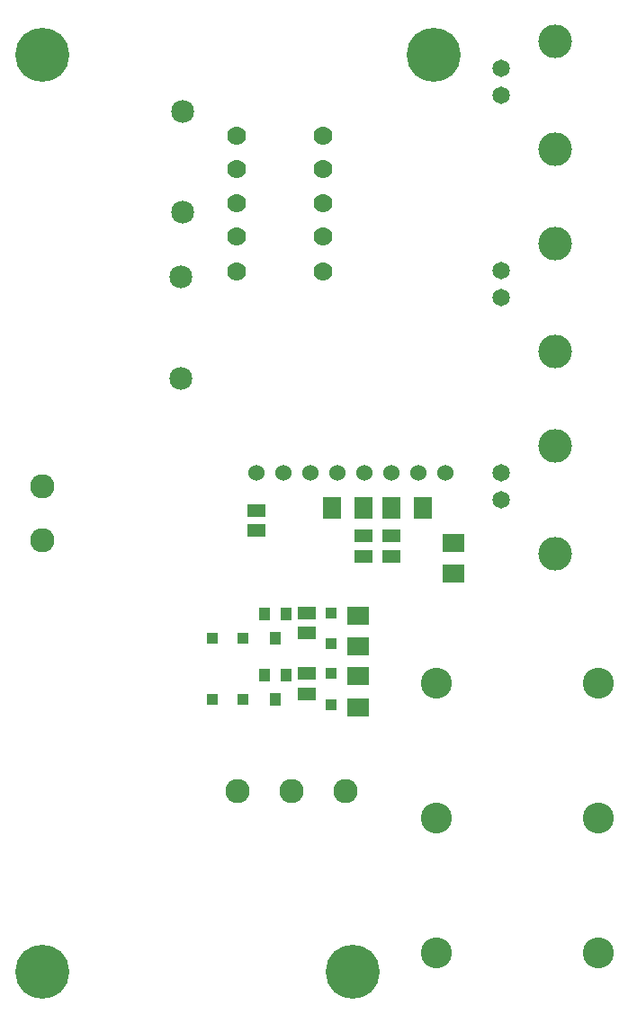
<source format=gbr>
G04 #@! TF.FileFunction,Soldermask,Top*
%FSLAX46Y46*%
G04 Gerber Fmt 4.6, Leading zero omitted, Abs format (unit mm)*
G04 Created by KiCad (PCBNEW (after 2015-mar-04 BZR unknown)-product) date 5/4/2015 11:29:17 AM*
%MOMM*%
G01*
G04 APERTURE LIST*
%ADD10C,0.101600*%
%ADD11C,5.080000*%
%ADD12R,2.032000X1.651000*%
%ADD13R,1.651000X1.143000*%
%ADD14R,1.651000X2.032000*%
%ADD15C,2.286000*%
%ADD16R,1.016000X1.270000*%
%ADD17C,2.159000*%
%ADD18C,1.778000*%
%ADD19C,3.175000*%
%ADD20C,1.651000*%
%ADD21C,1.524000*%
%ADD22C,2.921000*%
%ADD23R,1.016000X1.016000*%
G04 APERTURE END LIST*
D10*
D11*
X66040000Y-29210000D03*
X29210000Y-29210000D03*
X58420000Y-115570000D03*
D12*
X58928000Y-90678000D03*
X58928000Y-87757000D03*
X58928000Y-84963000D03*
X58928000Y-82042000D03*
D13*
X49403000Y-72136000D03*
X49403000Y-74041000D03*
D14*
X65024000Y-71882000D03*
X62103000Y-71882000D03*
X56515000Y-71882000D03*
X59436000Y-71882000D03*
D15*
X29210000Y-69850000D03*
D16*
X50165000Y-87630000D03*
X52197000Y-87630000D03*
X51181000Y-89916000D03*
X50165000Y-81915000D03*
X52197000Y-81915000D03*
X51181000Y-84201000D03*
D13*
X54102000Y-89408000D03*
X54102000Y-87503000D03*
X54102000Y-83693000D03*
X54102000Y-81788000D03*
X62103000Y-74549000D03*
X62103000Y-76454000D03*
X59436000Y-74549000D03*
X59436000Y-76454000D03*
D12*
X67945000Y-75184000D03*
X67945000Y-78105000D03*
D11*
X29210000Y-115570000D03*
D15*
X29210000Y-74930000D03*
D17*
X42418000Y-34544000D03*
X42418000Y-44069000D03*
X42291000Y-50165000D03*
X42291000Y-59690000D03*
D18*
X47498000Y-36830000D03*
X55626000Y-36830000D03*
X47498000Y-40005000D03*
X55626000Y-40005000D03*
X55626000Y-43180000D03*
X47498000Y-43180000D03*
X55626000Y-46355000D03*
X47498000Y-46355000D03*
X55626000Y-49657000D03*
X47498000Y-49657000D03*
D19*
X77470000Y-38100000D03*
D20*
X72390000Y-33020000D03*
X72390000Y-30480000D03*
D19*
X77470000Y-27940000D03*
X77470000Y-57150000D03*
D20*
X72390000Y-52070000D03*
X72390000Y-49530000D03*
D19*
X77470000Y-46990000D03*
X77470000Y-76200000D03*
D20*
X72390000Y-71120000D03*
X72390000Y-68580000D03*
D19*
X77470000Y-66040000D03*
D21*
X49403000Y-68580000D03*
X51943000Y-68580000D03*
X54483000Y-68580000D03*
X57023000Y-68580000D03*
X59563000Y-68580000D03*
X62103000Y-68580000D03*
X64643000Y-68580000D03*
X67183000Y-68580000D03*
D15*
X47625000Y-98552000D03*
X52705000Y-98552000D03*
X57785000Y-98552000D03*
D22*
X81534000Y-88392000D03*
X66294000Y-88392000D03*
X81534000Y-101092000D03*
X66294000Y-101092000D03*
X81534000Y-113792000D03*
X66294000Y-113792000D03*
D23*
X48133000Y-84201000D03*
X45212000Y-84201000D03*
X45212000Y-89916000D03*
X48133000Y-89916000D03*
X56388000Y-81788000D03*
X56388000Y-84709000D03*
X56388000Y-90424000D03*
X56388000Y-87503000D03*
M02*

</source>
